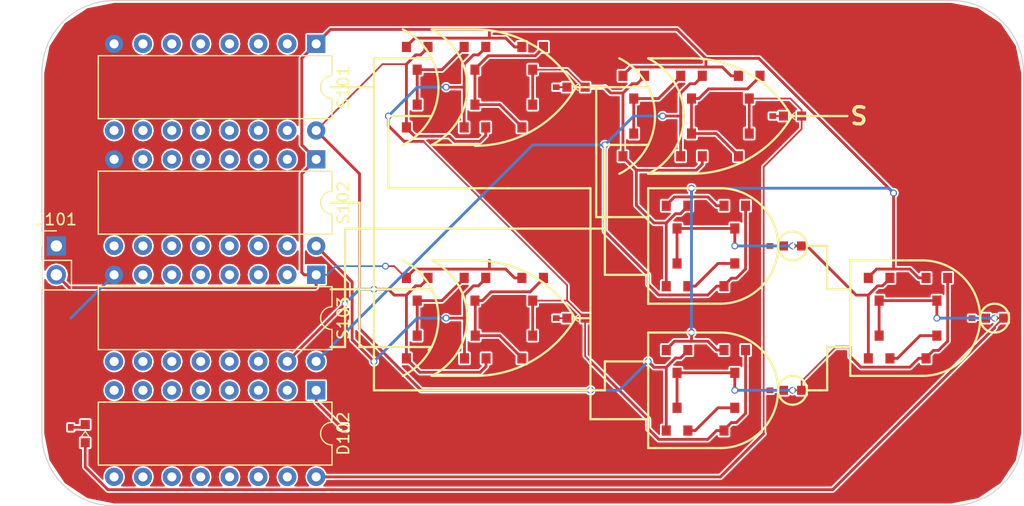
<source format=kicad_pcb>
(kicad_pcb (version 20170123) (host pcbnew no-vcs-found-c290e8a~59~ubuntu16.04.1)
  (layers (0 F.Cu signal) (31 B.Cu signal) (34 B.Paste user) (35 F.Paste user) (36 B.SilkS user) (37 F.SilkS user) (38 B.Mask user) (39 F.Mask user) (44 Edge.Cuts user))
  (net 0 "")
  (net 1 /K)
  (net 2 GND)
  (net 3 /S)
  (net 4 /bit0/adder/B)
  (net 5 /A)
  (net 6 /bit0/adder/AxorB)
  (net 7 /C)
  (net 8 VCC)
  (net 9 /SUB)
  (net 10 /B)
  (net 11 /bit0/adder/#AxorBandC)
  (net 12 /bit0/adder/#AandB)
  (net 13 "Net-(Q402-Pad2)")
  (net 14 "Net-(Q502-Pad2)")
  (net 15 "Net-(Q602-Pad2)")
  (net 16 "Net-(Q201-Pad3)")
  (net 17 "Net-(Q203-Pad3)")
  (net 18 "Net-(Q801-Pad3)")
  (net 19 "Net-(Q803-Pad3)")
  (net 20 "Net-(Q901-Pad3)")
  (net 21 "Net-(Q903-Pad3)")
  (net 22 "Net-(D101-Pad1)")
  (net 23 "Net-(D102-Pad1)")
  (net 24 "Net-(D401-Pad1)")
  (net 25 "Net-(D501-Pad1)")
  (net 26 "Net-(D601-Pad1)")
  (net 27 "Net-(D201-Pad1)")
  (net 28 "Net-(D801-Pad1)")
  (net 29 "Net-(D901-Pad1)")
  (net 30 /Y)
  (module KwanSystems:SMD_0402 (layer F.Cu) (at 114.554 72.39 180)
    (fp_text reference R901)
    (fp_text value RESISTOR)
    (pad 2 smd rect (at 0.55 0 180) (size 0.6 0.5) (layers F.Cu F.Paste F.Mask) (net 2 GND))
    (pad 1 smd rect (at -0.55 0 180) (size 0.6 0.5) (layers F.Cu F.Paste F.Mask) (net 29 "Net-(D901-Pad1)"))
  )
  (module KwanSystems:SMD_0402 (layer F.Cu) (at 133.604 54.61 180)
    (fp_text reference R801)
    (fp_text value RESISTOR)
    (pad 2 smd rect (at 0.55 0 180) (size 0.6 0.5) (layers F.Cu F.Paste F.Mask) (net 2 GND))
    (pad 1 smd rect (at -0.55 0 180) (size 0.6 0.5) (layers F.Cu F.Paste F.Mask) (net 28 "Net-(D801-Pad1)"))
  )
  (module KwanSystems:SMD_0402 (layer F.Cu) (at 114.554 52.07 180)
    (fp_text reference R201)
    (fp_text value RESISTOR)
    (pad 2 smd rect (at 0.55 0 180) (size 0.6 0.5) (layers F.Cu F.Paste F.Mask) (net 2 GND))
    (pad 1 smd rect (at -0.55 0 180) (size 0.6 0.5) (layers F.Cu F.Paste F.Mask) (net 27 "Net-(D201-Pad1)"))
  )
  (module KwanSystems:SMD_0402 (layer F.Cu) (at 151.13 72.39 180)
    (fp_text reference R601)
    (fp_text value RESISTOR)
    (pad 2 smd rect (at 0.55 0 180) (size 0.6 0.5) (layers F.Cu F.Paste F.Mask) (net 2 GND))
    (pad 1 smd rect (at -0.55 0 180) (size 0.6 0.5) (layers F.Cu F.Paste F.Mask) (net 26 "Net-(D601-Pad1)"))
  )
  (module KwanSystems:SMD_0402 (layer F.Cu) (at 133.35 78.74 180)
    (fp_text reference R501)
    (fp_text value RESISTOR)
    (pad 2 smd rect (at 0.55 0 180) (size 0.6 0.5) (layers F.Cu F.Paste F.Mask) (net 2 GND))
    (pad 1 smd rect (at -0.55 0 180) (size 0.6 0.5) (layers F.Cu F.Paste F.Mask) (net 25 "Net-(D501-Pad1)"))
  )
  (module KwanSystems:SMD_0402 (layer F.Cu) (at 133.35 66.04 180)
    (fp_text reference R401)
    (fp_text value RESISTOR)
    (pad 2 smd rect (at 0.55 0 180) (size 0.6 0.5) (layers F.Cu F.Paste F.Mask) (net 2 GND))
    (pad 1 smd rect (at -0.55 0 180) (size 0.6 0.5) (layers F.Cu F.Paste F.Mask) (net 24 "Net-(D401-Pad1)"))
  )
  (module KwanSystems:SMD_0402 (layer F.Cu) (at 96.52 82.55 270)
    (fp_text reference R102)
    (fp_text value RESISTOR)
    (pad 2 smd rect (at 0.55 0 270) (size 0.6 0.5) (layers F.Cu F.Paste F.Mask) (net 2 GND))
    (pad 1 smd rect (at -0.55 0 270) (size 0.6 0.5) (layers F.Cu F.Paste F.Mask) (net 23 "Net-(D102-Pad1)"))
  )
  (module KwanSystems:SMD_0402 (layer F.Cu) (at 72.39 82.55 270)
    (fp_text reference R101)
    (fp_text value RESISTOR)
    (pad 2 smd rect (at 0.55 0 270) (size 0.6 0.5) (layers F.Cu F.Paste F.Mask) (net 2 GND))
    (pad 1 smd rect (at -0.55 0 270) (size 0.6 0.5) (layers F.Cu F.Paste F.Mask) (net 22 "Net-(D101-Pad1)"))
  )
  (module KwanSystems:D_0603 (layer F.Cu) (at 116.84 72.39)
    (fp_text reference D901)
    (fp_text value LED_Small)
    (pad 2 smd rect (at 0.8 0 180) (size 0.8 0.8) (layers F.Cu F.Paste F.Mask) (net 4 /bit0/adder/B))
    (pad 1 smd rect (at -0.8 0 180) (size 0.8 0.8) (layers F.Cu F.Paste F.Mask) (net 29 "Net-(D901-Pad1)"))
  )
  (module KwanSystems:D_0603 (layer F.Cu) (at 135.89 54.61)
    (fp_text reference D801)
    (fp_text value LED_Small)
    (pad 2 smd rect (at 0.8 0 180) (size 0.8 0.8) (layers F.Cu F.Paste F.Mask) (net 3 /S))
    (pad 1 smd rect (at -0.8 0 180) (size 0.8 0.8) (layers F.Cu F.Paste F.Mask) (net 28 "Net-(D801-Pad1)"))
  )
  (module KwanSystems:D_0603 (layer F.Cu) (at 116.84 52.07)
    (fp_text reference D201)
    (fp_text value LED_Small)
    (pad 2 smd rect (at 0.8 0 180) (size 0.8 0.8) (layers F.Cu F.Paste F.Mask) (net 30 /Y))
    (pad 1 smd rect (at -0.8 0 180) (size 0.8 0.8) (layers F.Cu F.Paste F.Mask) (net 27 "Net-(D201-Pad1)"))
  )
  (module KwanSystems:D_0603 (layer F.Cu) (at 153.67 72.39)
    (fp_text reference D601)
    (fp_text value LED_Small)
    (pad 2 smd rect (at 0.8 0 180) (size 0.8 0.8) (layers F.Cu F.Paste F.Mask) (net 1 /K))
    (pad 1 smd rect (at -0.8 0 180) (size 0.8 0.8) (layers F.Cu F.Paste F.Mask) (net 26 "Net-(D601-Pad1)"))
  )
  (module KwanSystems:D_0603 (layer F.Cu) (at 135.89 78.74)
    (fp_text reference D501)
    (fp_text value LED_Small)
    (pad 2 smd rect (at 0.8 0 180) (size 0.8 0.8) (layers F.Cu F.Paste F.Mask) (net 12 /bit0/adder/#AandB))
    (pad 1 smd rect (at -0.8 0 180) (size 0.8 0.8) (layers F.Cu F.Paste F.Mask) (net 25 "Net-(D501-Pad1)"))
  )
  (module KwanSystems:D_0603 (layer F.Cu) (at 135.89 66.04)
    (fp_text reference D401)
    (fp_text value LED_Small)
    (pad 2 smd rect (at 0.8 0 180) (size 0.8 0.8) (layers F.Cu F.Paste F.Mask) (net 11 /bit0/adder/#AxorBandC))
    (pad 1 smd rect (at -0.8 0 180) (size 0.8 0.8) (layers F.Cu F.Paste F.Mask) (net 24 "Net-(D401-Pad1)"))
  )
  (module Pin_Headers:Pin_Header_Straight_1x02_Pitch2.54mm (layer F.Cu) (at 71.12 66.04)
    (fp_text reference J101 (at 0 -2.33) (layer F.SilkS))
    (fp_text value CONN_01X02)
    (pad 1 thru_hole rect (at 0 0) (size 1.7 1.7) (drill 1) (layers *.Cu *.Mask) (net 2 GND))
    (pad 2 thru_hole oval (at 0 2.54) (size 1.7 1.7) (drill 1) (layers *.Cu *.Mask) (net 8 VCC))
  )
  (module KwanSystems:SOT-23 (layer F.Cu) (at 113.03 74.93 90)
    (fp_text reference Q906 hide)
    (fp_text value NMOS)
    (pad 1 smd rect (at -1 -0.95 90) (size 0.9 0.8) (layers F.Cu F.Paste F.Mask) (net 21 "Net-(Q903-Pad3)"))
    (pad 2 smd rect (at -1 0.95 90) (size 0.9 0.8) (layers F.Cu F.Paste F.Mask) (net 2 GND))
    (pad 3 smd rect (at 1 0 90) (size 0.9 0.8) (layers F.Cu F.Paste F.Mask) (net 4 /bit0/adder/B))
  )
  (module KwanSystems:SOT-23 (layer F.Cu) (at 113.03 69.85 270)
    (fp_text reference Q905 hide)
    (fp_text value PMOS)
    (pad 1 smd rect (at -1 -0.95 270) (size 0.9 0.8) (layers F.Cu F.Paste F.Mask) (net 21 "Net-(Q903-Pad3)"))
    (pad 2 smd rect (at -1 0.95 270) (size 0.9 0.8) (layers F.Cu F.Paste F.Mask) (net 8 VCC))
    (pad 3 smd rect (at 1 0 270) (size 0.9 0.8) (layers F.Cu F.Paste F.Mask) (net 4 /bit0/adder/B))
  )
  (module KwanSystems:SOT-23 (layer F.Cu) (at 107.977238 74.93 90)
    (fp_text reference Q904 hide)
    (fp_text value NMOS)
    (pad 1 smd rect (at -1 -0.95 90) (size 0.9 0.8) (layers F.Cu F.Paste F.Mask) (net 10 /B))
    (pad 2 smd rect (at -1 0.95 90) (size 0.9 0.8) (layers F.Cu F.Paste F.Mask) (net 9 /SUB))
    (pad 3 smd rect (at 1 0 90) (size 0.9 0.8) (layers F.Cu F.Paste F.Mask) (net 21 "Net-(Q903-Pad3)"))
  )
  (module KwanSystems:SOT-23 (layer F.Cu) (at 107.95 69.85 270)
    (fp_text reference Q903 hide)
    (fp_text value PMOS)
    (pad 1 smd rect (at -1 -0.95 270) (size 0.9 0.8) (layers F.Cu F.Paste F.Mask) (net 10 /B))
    (pad 2 smd rect (at -1 0.95 270) (size 0.9 0.8) (layers F.Cu F.Paste F.Mask) (net 20 "Net-(Q901-Pad3)"))
    (pad 3 smd rect (at 1 0 270) (size 0.9 0.8) (layers F.Cu F.Paste F.Mask) (net 21 "Net-(Q903-Pad3)"))
  )
  (module KwanSystems:SOT-23 (layer F.Cu) (at 102.87 74.93 90)
    (fp_text reference Q902 hide)
    (fp_text value NMOS)
    (pad 1 smd rect (at -1 -0.95 90) (size 0.9 0.8) (layers F.Cu F.Paste F.Mask) (net 9 /SUB))
    (pad 2 smd rect (at -1 0.95 90) (size 0.9 0.8) (layers F.Cu F.Paste F.Mask) (net 2 GND))
    (pad 3 smd rect (at 1 0 90) (size 0.9 0.8) (layers F.Cu F.Paste F.Mask) (net 20 "Net-(Q901-Pad3)"))
  )
  (module KwanSystems:SOT-23 (layer F.Cu) (at 102.87 69.85 270)
    (fp_text reference Q901 hide)
    (fp_text value PMOS)
    (pad 1 smd rect (at -1 -0.95 270) (size 0.9 0.8) (layers F.Cu F.Paste F.Mask) (net 9 /SUB))
    (pad 2 smd rect (at -1 0.95 270) (size 0.9 0.8) (layers F.Cu F.Paste F.Mask) (net 8 VCC))
    (pad 3 smd rect (at 1 0 270) (size 0.9 0.8) (layers F.Cu F.Paste F.Mask) (net 20 "Net-(Q901-Pad3)"))
  )
  (module KwanSystems:SOT-23 (layer F.Cu) (at 132.08 57.15 90)
    (fp_text reference Q806 hide)
    (fp_text value NMOS)
    (pad 1 smd rect (at -1 -0.95 90) (size 0.9 0.8) (layers F.Cu F.Paste F.Mask) (net 19 "Net-(Q803-Pad3)"))
    (pad 2 smd rect (at -1 0.95 90) (size 0.9 0.8) (layers F.Cu F.Paste F.Mask) (net 2 GND))
    (pad 3 smd rect (at 1 0 90) (size 0.9 0.8) (layers F.Cu F.Paste F.Mask) (net 3 /S))
  )
  (module KwanSystems:SOT-23 (layer F.Cu) (at 132.08 52.07 270)
    (fp_text reference Q805 hide)
    (fp_text value PMOS)
    (pad 1 smd rect (at -1 -0.95 270) (size 0.9 0.8) (layers F.Cu F.Paste F.Mask) (net 19 "Net-(Q803-Pad3)"))
    (pad 2 smd rect (at -1 0.95 270) (size 0.9 0.8) (layers F.Cu F.Paste F.Mask) (net 8 VCC))
    (pad 3 smd rect (at 1 0 270) (size 0.9 0.8) (layers F.Cu F.Paste F.Mask) (net 3 /S))
  )
  (module KwanSystems:SOT-23 (layer F.Cu) (at 127 57.15 90)
    (fp_text reference Q804 hide)
    (fp_text value NMOS)
    (pad 1 smd rect (at -1 -0.95 90) (size 0.9 0.8) (layers F.Cu F.Paste F.Mask) (net 7 /C))
    (pad 2 smd rect (at -1 0.95 90) (size 0.9 0.8) (layers F.Cu F.Paste F.Mask) (net 6 /bit0/adder/AxorB))
    (pad 3 smd rect (at 1 0 90) (size 0.9 0.8) (layers F.Cu F.Paste F.Mask) (net 19 "Net-(Q803-Pad3)"))
  )
  (module KwanSystems:SOT-23 (layer F.Cu) (at 127 52.07 270)
    (fp_text reference Q803 hide)
    (fp_text value PMOS)
    (pad 1 smd rect (at -1 -0.95 270) (size 0.9 0.8) (layers F.Cu F.Paste F.Mask) (net 7 /C))
    (pad 2 smd rect (at -1 0.95 270) (size 0.9 0.8) (layers F.Cu F.Paste F.Mask) (net 18 "Net-(Q801-Pad3)"))
    (pad 3 smd rect (at 1 0 270) (size 0.9 0.8) (layers F.Cu F.Paste F.Mask) (net 19 "Net-(Q803-Pad3)"))
  )
  (module KwanSystems:SOT-23 (layer F.Cu) (at 121.92 57.15 90)
    (fp_text reference Q802 hide)
    (fp_text value NMOS)
    (pad 1 smd rect (at -1 -0.95 90) (size 0.9 0.8) (layers F.Cu F.Paste F.Mask) (net 6 /bit0/adder/AxorB))
    (pad 2 smd rect (at -1 0.95 90) (size 0.9 0.8) (layers F.Cu F.Paste F.Mask) (net 2 GND))
    (pad 3 smd rect (at 1 0 90) (size 0.9 0.8) (layers F.Cu F.Paste F.Mask) (net 18 "Net-(Q801-Pad3)"))
  )
  (module KwanSystems:SOT-23 (layer F.Cu) (at 121.92 52.07 270)
    (fp_text reference Q801 hide)
    (fp_text value PMOS)
    (pad 1 smd rect (at -1 -0.95 270) (size 0.9 0.8) (layers F.Cu F.Paste F.Mask) (net 6 /bit0/adder/AxorB))
    (pad 2 smd rect (at -1 0.95 270) (size 0.9 0.8) (layers F.Cu F.Paste F.Mask) (net 8 VCC))
    (pad 3 smd rect (at 1 0 270) (size 0.9 0.8) (layers F.Cu F.Paste F.Mask) (net 18 "Net-(Q801-Pad3)"))
  )
  (module KwanSystems:SOT-23 (layer F.Cu) (at 113.03 54.61 90)
    (fp_text reference Q206 hide)
    (fp_text value NMOS)
    (pad 1 smd rect (at -1 -0.95 90) (size 0.9 0.8) (layers F.Cu F.Paste F.Mask) (net 17 "Net-(Q203-Pad3)"))
    (pad 2 smd rect (at -1 0.95 90) (size 0.9 0.8) (layers F.Cu F.Paste F.Mask) (net 2 GND))
    (pad 3 smd rect (at 1 0 90) (size 0.9 0.8) (layers F.Cu F.Paste F.Mask) (net 30 /Y))
  )
  (module KwanSystems:SOT-23 (layer F.Cu) (at 113.03 49.53 270)
    (fp_text reference Q205 hide)
    (fp_text value PMOS)
    (pad 1 smd rect (at -1 -0.95 270) (size 0.9 0.8) (layers F.Cu F.Paste F.Mask) (net 17 "Net-(Q203-Pad3)"))
    (pad 2 smd rect (at -1 0.95 270) (size 0.9 0.8) (layers F.Cu F.Paste F.Mask) (net 8 VCC))
    (pad 3 smd rect (at 1 0 270) (size 0.9 0.8) (layers F.Cu F.Paste F.Mask) (net 30 /Y))
  )
  (module KwanSystems:SOT-23 (layer F.Cu) (at 107.95 54.61 90)
    (fp_text reference Q204 hide)
    (fp_text value NMOS)
    (pad 1 smd rect (at -1 -0.95 90) (size 0.9 0.8) (layers F.Cu F.Paste F.Mask) (net 10 /B))
    (pad 2 smd rect (at -1 0.95 90) (size 0.9 0.8) (layers F.Cu F.Paste F.Mask) (net 5 /A))
    (pad 3 smd rect (at 1 0 90) (size 0.9 0.8) (layers F.Cu F.Paste F.Mask) (net 17 "Net-(Q203-Pad3)"))
  )
  (module KwanSystems:SOT-23 (layer F.Cu) (at 107.95 49.53 270)
    (fp_text reference Q203 hide)
    (fp_text value PMOS)
    (pad 1 smd rect (at -1 -0.95 270) (size 0.9 0.8) (layers F.Cu F.Paste F.Mask) (net 10 /B))
    (pad 2 smd rect (at -1 0.95 270) (size 0.9 0.8) (layers F.Cu F.Paste F.Mask) (net 16 "Net-(Q201-Pad3)"))
    (pad 3 smd rect (at 1 0 270) (size 0.9 0.8) (layers F.Cu F.Paste F.Mask) (net 17 "Net-(Q203-Pad3)"))
  )
  (module KwanSystems:SOT-23 (layer F.Cu) (at 102.87 54.61 90)
    (fp_text reference Q202 hide)
    (fp_text value NMOS)
    (pad 1 smd rect (at -1 -0.95 90) (size 0.9 0.8) (layers F.Cu F.Paste F.Mask) (net 5 /A))
    (pad 2 smd rect (at -1 0.95 90) (size 0.9 0.8) (layers F.Cu F.Paste F.Mask) (net 2 GND))
    (pad 3 smd rect (at 1 0 90) (size 0.9 0.8) (layers F.Cu F.Paste F.Mask) (net 16 "Net-(Q201-Pad3)"))
  )
  (module KwanSystems:SOT-23 (layer F.Cu) (at 102.87 49.53 270)
    (fp_text reference Q201 hide)
    (fp_text value PMOS)
    (pad 1 smd rect (at -1 -0.95 270) (size 0.9 0.8) (layers F.Cu F.Paste F.Mask) (net 5 /A))
    (pad 2 smd rect (at -1 0.95 270) (size 0.9 0.8) (layers F.Cu F.Paste F.Mask) (net 8 VCC))
    (pad 3 smd rect (at 1 0 270) (size 0.9 0.8) (layers F.Cu F.Paste F.Mask) (net 16 "Net-(Q201-Pad3)"))
  )
  (module KwanSystems:SOT-23 (layer F.Cu) (at 148.59 69.85 270)
    (fp_text reference Q604 hide)
    (fp_text value PMOS)
    (pad 1 smd rect (at -1 -0.95 270) (size 0.9 0.8) (layers F.Cu F.Paste F.Mask) (net 12 /bit0/adder/#AandB))
    (pad 2 smd rect (at -1 0.95 270) (size 0.9 0.8) (layers F.Cu F.Paste F.Mask) (net 8 VCC))
    (pad 3 smd rect (at 1 0 270) (size 0.9 0.8) (layers F.Cu F.Paste F.Mask) (net 1 /K))
  )
  (module KwanSystems:SOT-23 (layer F.Cu) (at 148.59 74.93 90)
    (fp_text reference Q603 hide)
    (fp_text value NMOS)
    (pad 1 smd rect (at -1 -0.95 90) (size 0.9 0.8) (layers F.Cu F.Paste F.Mask) (net 12 /bit0/adder/#AandB))
    (pad 2 smd rect (at -1 0.95 90) (size 0.9 0.8) (layers F.Cu F.Paste F.Mask) (net 2 GND))
    (pad 3 smd rect (at 1 0 90) (size 0.9 0.8) (layers F.Cu F.Paste F.Mask) (net 15 "Net-(Q602-Pad2)"))
  )
  (module KwanSystems:SOT-23 (layer F.Cu) (at 143.51 74.93 90)
    (fp_text reference Q602 hide)
    (fp_text value NMOS)
    (pad 1 smd rect (at -1 -0.95 90) (size 0.9 0.8) (layers F.Cu F.Paste F.Mask) (net 11 /bit0/adder/#AxorBandC))
    (pad 2 smd rect (at -1 0.95 90) (size 0.9 0.8) (layers F.Cu F.Paste F.Mask) (net 15 "Net-(Q602-Pad2)"))
    (pad 3 smd rect (at 1 0 90) (size 0.9 0.8) (layers F.Cu F.Paste F.Mask) (net 1 /K))
  )
  (module KwanSystems:SOT-23 (layer F.Cu) (at 143.51 69.85 270)
    (fp_text reference Q601 hide)
    (fp_text value PMOS)
    (pad 1 smd rect (at -1 -0.95 270) (size 0.9 0.8) (layers F.Cu F.Paste F.Mask) (net 11 /bit0/adder/#AxorBandC))
    (pad 2 smd rect (at -1 0.95 270) (size 0.9 0.8) (layers F.Cu F.Paste F.Mask) (net 8 VCC))
    (pad 3 smd rect (at 1 0 270) (size 0.9 0.8) (layers F.Cu F.Paste F.Mask) (net 1 /K))
  )
  (module KwanSystems:SOT-23 (layer F.Cu) (at 130.81 76.2 270)
    (fp_text reference Q504 hide)
    (fp_text value PMOS)
    (pad 1 smd rect (at -1 -0.95 270) (size 0.9 0.8) (layers F.Cu F.Paste F.Mask) (net 4 /bit0/adder/B))
    (pad 2 smd rect (at -1 0.95 270) (size 0.9 0.8) (layers F.Cu F.Paste F.Mask) (net 8 VCC))
    (pad 3 smd rect (at 1 0 270) (size 0.9 0.8) (layers F.Cu F.Paste F.Mask) (net 12 /bit0/adder/#AandB))
  )
  (module KwanSystems:SOT-23 (layer F.Cu) (at 130.81 81.28 90)
    (fp_text reference Q503 hide)
    (fp_text value NMOS)
    (pad 1 smd rect (at -1 -0.95 90) (size 0.9 0.8) (layers F.Cu F.Paste F.Mask) (net 4 /bit0/adder/B))
    (pad 2 smd rect (at -1 0.95 90) (size 0.9 0.8) (layers F.Cu F.Paste F.Mask) (net 2 GND))
    (pad 3 smd rect (at 1 0 90) (size 0.9 0.8) (layers F.Cu F.Paste F.Mask) (net 14 "Net-(Q502-Pad2)"))
  )
  (module KwanSystems:SOT-23 (layer F.Cu) (at 125.73 81.28 90)
    (fp_text reference Q502 hide)
    (fp_text value NMOS)
    (pad 1 smd rect (at -1 -0.95 90) (size 0.9 0.8) (layers F.Cu F.Paste F.Mask) (net 5 /A))
    (pad 2 smd rect (at -1 0.95 90) (size 0.9 0.8) (layers F.Cu F.Paste F.Mask) (net 14 "Net-(Q502-Pad2)"))
    (pad 3 smd rect (at 1 0 90) (size 0.9 0.8) (layers F.Cu F.Paste F.Mask) (net 12 /bit0/adder/#AandB))
  )
  (module KwanSystems:SOT-23 (layer F.Cu) (at 125.73 76.2 270)
    (fp_text reference Q501 hide)
    (fp_text value PMOS)
    (pad 1 smd rect (at -1 -0.95 270) (size 0.9 0.8) (layers F.Cu F.Paste F.Mask) (net 5 /A))
    (pad 2 smd rect (at -1 0.95 270) (size 0.9 0.8) (layers F.Cu F.Paste F.Mask) (net 8 VCC))
    (pad 3 smd rect (at 1 0 270) (size 0.9 0.8) (layers F.Cu F.Paste F.Mask) (net 12 /bit0/adder/#AandB))
  )
  (module KwanSystems:SOT-23 (layer F.Cu) (at 130.81 63.5 270)
    (fp_text reference Q404 hide)
    (fp_text value PMOS)
    (pad 1 smd rect (at -1 -0.95 270) (size 0.9 0.8) (layers F.Cu F.Paste F.Mask) (net 7 /C))
    (pad 2 smd rect (at -1 0.95 270) (size 0.9 0.8) (layers F.Cu F.Paste F.Mask) (net 8 VCC))
    (pad 3 smd rect (at 1 0 270) (size 0.9 0.8) (layers F.Cu F.Paste F.Mask) (net 11 /bit0/adder/#AxorBandC))
  )
  (module KwanSystems:SOT-23 (layer F.Cu) (at 130.81 68.58 90)
    (fp_text reference Q403 hide)
    (fp_text value NMOS)
    (pad 1 smd rect (at -1 -0.95 90) (size 0.9 0.8) (layers F.Cu F.Paste F.Mask) (net 7 /C))
    (pad 2 smd rect (at -1 0.95 90) (size 0.9 0.8) (layers F.Cu F.Paste F.Mask) (net 2 GND))
    (pad 3 smd rect (at 1 0 90) (size 0.9 0.8) (layers F.Cu F.Paste F.Mask) (net 13 "Net-(Q402-Pad2)"))
  )
  (module KwanSystems:SOT-23 (layer F.Cu) (at 125.73 68.58 90)
    (fp_text reference Q402 hide)
    (fp_text value NMOS)
    (pad 1 smd rect (at -1 -0.95 90) (size 0.9 0.8) (layers F.Cu F.Paste F.Mask) (net 6 /bit0/adder/AxorB))
    (pad 2 smd rect (at -1 0.95 90) (size 0.9 0.8) (layers F.Cu F.Paste F.Mask) (net 13 "Net-(Q402-Pad2)"))
    (pad 3 smd rect (at 1 0 90) (size 0.9 0.8) (layers F.Cu F.Paste F.Mask) (net 11 /bit0/adder/#AxorBandC))
  )
  (module KwanSystems:SOT-23 (layer F.Cu) (at 125.73 63.5 270)
    (fp_text reference Q401 hide)
    (fp_text value PMOS)
    (pad 1 smd rect (at -1 -0.95 270) (size 0.9 0.8) (layers F.Cu F.Paste F.Mask) (net 6 /bit0/adder/AxorB))
    (pad 2 smd rect (at -1 0.95 270) (size 0.9 0.8) (layers F.Cu F.Paste F.Mask) (net 8 VCC))
    (pad 3 smd rect (at 1 0 270) (size 0.9 0.8) (layers F.Cu F.Paste F.Mask) (net 11 /bit0/adder/#AxorBandC))
  )
  (module Housings_DIP:DIP-16_W7.62mm (layer F.Cu) (at 93.98 78.74 270)
    (fp_text reference D102 (at 3.81 -2.39 270) (layer F.SilkS))
    (fp_text value S)
    (pad 1 thru_hole rect (at 0 0 270) (size 1.6 1.6) (drill 0.8) (layers *.Cu *.Mask) (net 23 "Net-(D102-Pad1)"))
    (pad 9 thru_hole oval (at 7.62 17.78 270) (size 1.6 1.6) (drill 0.8) (layers *.Cu *.Mask))
    (pad 2 thru_hole oval (at 0 2.54 270) (size 1.6 1.6) (drill 0.8) (layers *.Cu *.Mask))
    (pad 10 thru_hole oval (at 7.62 15.24 270) (size 1.6 1.6) (drill 0.8) (layers *.Cu *.Mask))
    (pad 3 thru_hole oval (at 0 5.08 270) (size 1.6 1.6) (drill 0.8) (layers *.Cu *.Mask))
    (pad 11 thru_hole oval (at 7.62 12.7 270) (size 1.6 1.6) (drill 0.8) (layers *.Cu *.Mask))
    (pad 4 thru_hole oval (at 0 7.62 270) (size 1.6 1.6) (drill 0.8) (layers *.Cu *.Mask))
    (pad 12 thru_hole oval (at 7.62 10.16 270) (size 1.6 1.6) (drill 0.8) (layers *.Cu *.Mask))
    (pad 5 thru_hole oval (at 0 10.16 270) (size 1.6 1.6) (drill 0.8) (layers *.Cu *.Mask))
    (pad 13 thru_hole oval (at 7.62 7.62 270) (size 1.6 1.6) (drill 0.8) (layers *.Cu *.Mask))
    (pad 6 thru_hole oval (at 0 12.7 270) (size 1.6 1.6) (drill 0.8) (layers *.Cu *.Mask))
    (pad 14 thru_hole oval (at 7.62 5.08 270) (size 1.6 1.6) (drill 0.8) (layers *.Cu *.Mask))
    (pad 7 thru_hole oval (at 0 15.24 270) (size 1.6 1.6) (drill 0.8) (layers *.Cu *.Mask))
    (pad 15 thru_hole oval (at 7.62 2.54 270) (size 1.6 1.6) (drill 0.8) (layers *.Cu *.Mask))
    (pad 8 thru_hole oval (at 0 17.78 270) (size 1.6 1.6) (drill 0.8) (layers *.Cu *.Mask))
    (pad 16 thru_hole oval (at 7.62 0 270) (size 1.6 1.6) (drill 0.8) (layers *.Cu *.Mask) (net 3 /S))
  )
  (module Housings_DIP:DIP-16_W7.62mm (layer F.Cu) (at 93.98 68.58 270)
    (fp_text reference S103 (at 3.81 -2.39 270) (layer F.SilkS))
    (fp_text value C)
    (pad 1 thru_hole rect (at 0 0 270) (size 1.6 1.6) (drill 0.8) (layers *.Cu *.Mask) (net 8 VCC))
    (pad 9 thru_hole oval (at 7.62 17.78 270) (size 1.6 1.6) (drill 0.8) (layers *.Cu *.Mask))
    (pad 2 thru_hole oval (at 0 2.54 270) (size 1.6 1.6) (drill 0.8) (layers *.Cu *.Mask))
    (pad 10 thru_hole oval (at 7.62 15.24 270) (size 1.6 1.6) (drill 0.8) (layers *.Cu *.Mask))
    (pad 3 thru_hole oval (at 0 5.08 270) (size 1.6 1.6) (drill 0.8) (layers *.Cu *.Mask))
    (pad 11 thru_hole oval (at 7.62 12.7 270) (size 1.6 1.6) (drill 0.8) (layers *.Cu *.Mask))
    (pad 4 thru_hole oval (at 0 7.62 270) (size 1.6 1.6) (drill 0.8) (layers *.Cu *.Mask))
    (pad 12 thru_hole oval (at 7.62 10.16 270) (size 1.6 1.6) (drill 0.8) (layers *.Cu *.Mask))
    (pad 5 thru_hole oval (at 0 10.16 270) (size 1.6 1.6) (drill 0.8) (layers *.Cu *.Mask))
    (pad 13 thru_hole oval (at 7.62 7.62 270) (size 1.6 1.6) (drill 0.8) (layers *.Cu *.Mask))
    (pad 6 thru_hole oval (at 0 12.7 270) (size 1.6 1.6) (drill 0.8) (layers *.Cu *.Mask))
    (pad 14 thru_hole oval (at 7.62 5.08 270) (size 1.6 1.6) (drill 0.8) (layers *.Cu *.Mask))
    (pad 7 thru_hole oval (at 0 15.24 270) (size 1.6 1.6) (drill 0.8) (layers *.Cu *.Mask))
    (pad 15 thru_hole oval (at 7.62 2.54 270) (size 1.6 1.6) (drill 0.8) (layers *.Cu *.Mask) (net 9 /SUB))
    (pad 8 thru_hole oval (at 0 17.78 270) (size 1.6 1.6) (drill 0.8) (layers *.Cu *.Mask) (net 2 GND))
    (pad 16 thru_hole oval (at 7.62 0 270) (size 1.6 1.6) (drill 0.8) (layers *.Cu *.Mask) (net 7 /C))
  )
  (module Housings_DIP:DIP-16_W7.62mm (layer F.Cu) (at 93.98 58.42 270)
    (fp_text reference S102 (at 3.81 -2.39 270) (layer F.SilkS))
    (fp_text value B)
    (pad 1 thru_hole rect (at 0 0 270) (size 1.6 1.6) (drill 0.8) (layers *.Cu *.Mask) (net 8 VCC))
    (pad 9 thru_hole oval (at 7.62 17.78 270) (size 1.6 1.6) (drill 0.8) (layers *.Cu *.Mask))
    (pad 2 thru_hole oval (at 0 2.54 270) (size 1.6 1.6) (drill 0.8) (layers *.Cu *.Mask))
    (pad 10 thru_hole oval (at 7.62 15.24 270) (size 1.6 1.6) (drill 0.8) (layers *.Cu *.Mask))
    (pad 3 thru_hole oval (at 0 5.08 270) (size 1.6 1.6) (drill 0.8) (layers *.Cu *.Mask))
    (pad 11 thru_hole oval (at 7.62 12.7 270) (size 1.6 1.6) (drill 0.8) (layers *.Cu *.Mask))
    (pad 4 thru_hole oval (at 0 7.62 270) (size 1.6 1.6) (drill 0.8) (layers *.Cu *.Mask))
    (pad 12 thru_hole oval (at 7.62 10.16 270) (size 1.6 1.6) (drill 0.8) (layers *.Cu *.Mask))
    (pad 5 thru_hole oval (at 0 10.16 270) (size 1.6 1.6) (drill 0.8) (layers *.Cu *.Mask))
    (pad 13 thru_hole oval (at 7.62 7.62 270) (size 1.6 1.6) (drill 0.8) (layers *.Cu *.Mask))
    (pad 6 thru_hole oval (at 0 12.7 270) (size 1.6 1.6) (drill 0.8) (layers *.Cu *.Mask))
    (pad 14 thru_hole oval (at 7.62 5.08 270) (size 1.6 1.6) (drill 0.8) (layers *.Cu *.Mask))
    (pad 7 thru_hole oval (at 0 15.24 270) (size 1.6 1.6) (drill 0.8) (layers *.Cu *.Mask))
    (pad 15 thru_hole oval (at 7.62 2.54 270) (size 1.6 1.6) (drill 0.8) (layers *.Cu *.Mask))
    (pad 8 thru_hole oval (at 0 17.78 270) (size 1.6 1.6) (drill 0.8) (layers *.Cu *.Mask) (net 2 GND))
    (pad 16 thru_hole oval (at 7.62 0 270) (size 1.6 1.6) (drill 0.8) (layers *.Cu *.Mask) (net 10 /B))
  )
  (module Housings_DIP:DIP-16_W7.62mm (layer F.Cu) (at 93.98 48.26 270)
    (fp_text reference S101 (at 3.81 -2.39 270) (layer F.SilkS))
    (fp_text value A)
    (pad 1 thru_hole rect (at 0 0 270) (size 1.6 1.6) (drill 0.8) (layers *.Cu *.Mask) (net 8 VCC))
    (pad 9 thru_hole oval (at 7.62 17.78 270) (size 1.6 1.6) (drill 0.8) (layers *.Cu *.Mask))
    (pad 2 thru_hole oval (at 0 2.54 270) (size 1.6 1.6) (drill 0.8) (layers *.Cu *.Mask))
    (pad 10 thru_hole oval (at 7.62 15.24 270) (size 1.6 1.6) (drill 0.8) (layers *.Cu *.Mask))
    (pad 3 thru_hole oval (at 0 5.08 270) (size 1.6 1.6) (drill 0.8) (layers *.Cu *.Mask))
    (pad 11 thru_hole oval (at 7.62 12.7 270) (size 1.6 1.6) (drill 0.8) (layers *.Cu *.Mask))
    (pad 4 thru_hole oval (at 0 7.62 270) (size 1.6 1.6) (drill 0.8) (layers *.Cu *.Mask))
    (pad 12 thru_hole oval (at 7.62 10.16 270) (size 1.6 1.6) (drill 0.8) (layers *.Cu *.Mask))
    (pad 5 thru_hole oval (at 0 10.16 270) (size 1.6 1.6) (drill 0.8) (layers *.Cu *.Mask))
    (pad 13 thru_hole oval (at 7.62 7.62 270) (size 1.6 1.6) (drill 0.8) (layers *.Cu *.Mask))
    (pad 6 thru_hole oval (at 0 12.7 270) (size 1.6 1.6) (drill 0.8) (layers *.Cu *.Mask))
    (pad 14 thru_hole oval (at 7.62 5.08 270) (size 1.6 1.6) (drill 0.8) (layers *.Cu *.Mask))
    (pad 7 thru_hole oval (at 0 15.24 270) (size 1.6 1.6) (drill 0.8) (layers *.Cu *.Mask))
    (pad 15 thru_hole oval (at 7.62 2.54 270) (size 1.6 1.6) (drill 0.8) (layers *.Cu *.Mask))
    (pad 8 thru_hole oval (at 0 17.78 270) (size 1.6 1.6) (drill 0.8) (layers *.Cu *.Mask) (net 2 GND))
    (pad 16 thru_hole oval (at 7.62 0 270) (size 1.6 1.6) (drill 0.8) (layers *.Cu *.Mask) (net 5 /A))
  )
  (module KwanSystems:D_0603 (layer F.Cu) (at 73.66 82.55 270)
    (fp_text reference D101)
    (fp_text value Y)
    (pad 2 smd rect (at 0.8 0 90) (size 0.8 0.8) (layers F.Cu F.Paste F.Mask) (net 30 /Y))
    (pad 1 smd rect (at -0.8 0 90) (size 0.8 0.8) (layers F.Cu F.Paste F.Mask) (net 22 "Net-(D101-Pad1)"))
  )
  (gr_line (start 118.11 81.28) (end 123.19 81.28) (layer F.SilkS) (width 0.2))
  (gr_line (start 118.11 72.39) (end 118.11 81.28) (layer F.SilkS) (width 0.2))
  (gr_line (start 135.89 54.61) (end 140.716 54.61) (layer F.SilkS) (width 0.2))
  (gr_text S (at 141.732 54.61) (layer F.SilkS) (effects (font (size 1.5 1.5) (thickness 0.3))))
  (gr_line (start 119.38 76.2) (end 123.19 76.2) (layer F.SilkS) (width 0.2))
  (gr_line (start 119.38 78.74) (end 119.38 76.2) (layer F.SilkS) (width 0.2))
  (gr_line (start 99.06 78.74) (end 119.38 78.74) (layer F.SilkS) (width 0.2))
  (gr_line (start 99.06 52.07) (end 99.06 78.74) (layer F.SilkS) (width 0.2))
  (gr_line (start 97.79 52.07) (end 99.06 52.07) (layer F.SilkS) (width 0.2))
  (gr_line (start 118.618 63.5) (end 123.19 63.5) (layer F.SilkS) (width 0.2))
  (gr_line (start 118.618 52.07) (end 118.618 63.5) (layer F.SilkS) (width 0.2))
  (gr_line (start 119.38 68.58) (end 123.19 68.58) (layer F.SilkS) (width 0.2))
  (gr_line (start 119.38 64.516) (end 119.38 68.58) (layer F.SilkS) (width 0.2))
  (gr_line (start 119.38 57.15) (end 123.19 57.15) (layer F.SilkS) (width 0.2))
  (gr_line (start 119.38 64.516) (end 119.38 57.15) (layer F.SilkS) (width 0.2))
  (gr_line (start 96.52 64.516) (end 119.38 64.516) (layer F.SilkS) (width 0.2))
  (gr_line (start 96.52 74.93) (end 96.52 64.516) (layer F.SilkS) (width 0.2))
  (gr_line (start 95.25 74.93) (end 96.52 74.93) (layer F.SilkS) (width 0.2))
  (gr_line (start 104.14 69.85) (end 95.25 69.85) (layer F.SilkS) (width 0.2))
  (gr_line (start 103.886 75.184) (end 104.14 74.93) (layer F.SilkS) (width 0.2))
  (gr_line (start 104.14 74.93) (end 103.886 75.184) (layer F.SilkS) (width 0.2))
  (gr_line (start 97.79 74.93) (end 104.14 74.93) (layer F.SilkS) (width 0.2))
  (gr_line (start 97.79 62.23) (end 97.79 74.93) (layer F.SilkS) (width 0.2))
  (gr_line (start 95.25 62.23) (end 97.79 62.23) (layer F.SilkS) (width 0.2))
  (gr_line (start 99.06 49.53) (end 104.14 49.53) (layer F.SilkS) (width 0.2))
  (gr_line (start 99.06 52.07) (end 99.06 49.53) (layer F.SilkS) (width 0.2))
  (gr_line (start 95.25 52.07) (end 97.79 52.07) (layer F.SilkS) (width 0.2))
  (gr_line (start 100.33 54.61) (end 104.14 54.61) (layer F.SilkS) (width 0.2))
  (gr_line (start 100.33 60.96) (end 100.33 54.61) (layer F.SilkS) (width 0.2))
  (gr_line (start 118.11 60.96) (end 100.33 60.96) (layer F.SilkS) (width 0.2))
  (gr_line (start 118.11 72.39) (end 118.11 60.96) (layer F.SilkS) (width 0.2))
  (gr_line (start 116.84 72.39) (end 118.11 72.39) (layer F.SilkS) (width 0.2))
  (gr_line (start 116.84 52.07) (end 123.19 52.07) (layer F.SilkS) (width 0.2))
  (gr_line (start 138.938 69.85) (end 140.97 69.85) (layer F.SilkS) (width 0.2))
  (gr_line (start 138.938 66.04) (end 138.938 69.85) (layer F.SilkS) (width 0.2))
  (gr_line (start 137.16 66.04) (end 138.938 66.04) (layer F.SilkS) (width 0.2))
  (gr_line (start 138.938 74.93) (end 140.97 74.93) (layer F.SilkS) (width 0.2))
  (gr_line (start 138.938 78.74) (end 138.938 74.93) (layer F.SilkS) (width 0.2))
  (gr_line (start 137.16 78.74) (end 138.938 78.74) (layer F.SilkS) (width 0.2))
  (gr_arc (start 76.2 82.55) (end 76.2 88.9) (angle 90) (layer Edge.Cuts) (width 0.1))
  (gr_arc (start 149.86 82.55) (end 156.21 82.55) (angle 90) (layer Edge.Cuts) (width 0.1))
  (gr_arc (start 149.86 50.8) (end 149.86 44.45) (angle 90) (layer Edge.Cuts) (width 0.1))
  (gr_arc (start 76.2 50.8) (end 69.85 50.8) (angle 90) (layer Edge.Cuts) (width 0.1))
  (gr_line (start 69.85 82.55) (end 69.85 50.8) (layer Edge.Cuts) (width 0.1))
  (gr_line (start 149.86 88.9) (end 76.2 88.9) (layer Edge.Cuts) (width 0.1))
  (gr_line (start 156.21 50.8) (end 156.21 82.55) (layer Edge.Cuts) (width 0.1))
  (gr_line (start 76.2 44.45) (end 149.86 44.45) (layer Edge.Cuts) (width 0.1))
  (gr_line (start 104.14 77.47) (end 107.95 77.47) (layer F.SilkS) (width 0.2))
  (gr_arc (start 107.95 67.230933) (end 116.84 72.310933) (angle 60.2551187) (layer F.SilkS) (width 0.2))
  (gr_arc (start 107.95 77.47) (end 107.95 67.31) (angle 60.2551187) (layer F.SilkS) (width 0.2))
  (gr_line (start 104.14 67.31) (end 107.95 67.31) (layer F.SilkS) (width 0.2))
  (gr_arc (start 101.6 72.39) (end 104.14 67.31) (angle 126.8698976) (layer F.SilkS) (width 0.2))
  (gr_arc (start 99.06 72.39) (end 101.6 67.31) (angle 126.8698976) (layer F.SilkS) (width 0.2))
  (gr_arc (start 127 49.450933) (end 135.89 54.530933) (angle 60.2551187) (layer F.SilkS) (width 0.2))
  (gr_arc (start 127 59.69) (end 127 49.53) (angle 60.2551187) (layer F.SilkS) (width 0.2))
  (gr_line (start 123.19 59.69) (end 127 59.69) (layer F.SilkS) (width 0.2))
  (gr_line (start 123.19 49.53) (end 127 49.53) (layer F.SilkS) (width 0.2))
  (gr_arc (start 120.65 54.61) (end 123.19 49.53) (angle 126.8698976) (layer F.SilkS) (width 0.2))
  (gr_arc (start 118.11 54.61) (end 120.65 49.53) (angle 126.8698976) (layer F.SilkS) (width 0.2))
  (gr_arc (start 99.06 52.07) (end 101.6 46.99) (angle 126.8698976) (layer F.SilkS) (width 0.2))
  (gr_arc (start 107.95 57.15) (end 107.95 46.99) (angle 60.2551187) (layer F.SilkS) (width 0.2))
  (gr_arc (start 107.95 46.99) (end 116.84 52.07) (angle 60.2551187) (layer F.SilkS) (width 0.2))
  (gr_line (start 104.14 57.15) (end 107.95 57.15) (layer F.SilkS) (width 0.2))
  (gr_line (start 104.14 46.99) (end 107.95 46.99) (layer F.SilkS) (width 0.2))
  (gr_arc (start 101.6 52.07) (end 104.14 46.99) (angle 126.8698976) (layer F.SilkS) (width 0.2))
  (gr_line (start 140.97 77.47) (end 147.32 77.47) (layer F.SilkS) (width 0.2))
  (gr_line (start 147.32 67.31) (end 140.97 67.31) (layer F.SilkS) (width 0.2))
  (gr_circle (center 153.67 72.39) (end 154.94 72.39) (layer F.SilkS) (width 0.2))
  (gr_arc (start 147.32 72.39) (end 147.32 67.31) (angle 180) (layer F.SilkS) (width 0.2))
  (gr_line (start 140.97 67.31) (end 140.97 77.47) (layer F.SilkS) (width 0.2))
  (gr_arc (start 129.54 78.74) (end 129.54 73.66) (angle 180) (layer F.SilkS) (width 0.2))
  (gr_line (start 129.54 73.66) (end 123.19 73.66) (layer F.SilkS) (width 0.2))
  (gr_circle (center 135.89 78.74) (end 137.16 78.74) (layer F.SilkS) (width 0.2))
  (gr_line (start 123.19 73.66) (end 123.19 83.82) (layer F.SilkS) (width 0.2))
  (gr_line (start 123.19 83.82) (end 129.54 83.82) (layer F.SilkS) (width 0.2))
  (gr_line (start 123.19 71.12) (end 129.54 71.12) (layer F.SilkS) (width 0.2))
  (gr_line (start 123.19 60.96) (end 123.19 71.12) (layer F.SilkS) (width 0.2))
  (gr_line (start 129.54 60.96) (end 123.19 60.96) (layer F.SilkS) (width 0.2))
  (gr_circle (center 135.89 66.04) (end 137.16 66.04) (layer F.SilkS) (width 0.2))
  (gr_arc (start 129.54 66.04) (end 129.54 60.96) (angle 180) (layer F.SilkS) (width 0.2))
  (segment (start 154.432 72.39) (end 153.67 73.152) (width 0.1524) (layer F.Cu) (net 1))
  (segment (start 153.67 73.152) (end 153.67 73.235002) (width 0.1524) (layer F.Cu) (net 1))
  (segment (start 154.47 72.39) (end 154.432 72.39) (width 0.1524) (layer F.Cu) (net 1))
  (segment (start 153.67 72.39) (end 154.47 72.39) (width 0.1524) (layer F.Cu) (net 1))
  (segment (start 153.67 73.235002) (end 139.420001 87.485001) (width 0.25) (layer F.Cu) (net 1))
  (segment (start 139.420001 87.485001) (end 75.659999 87.485001) (width 0.25) (layer F.Cu) (net 1))
  (segment (start 75.659999 87.485001) (end 73.66 85.485002) (width 0.25) (layer F.Cu) (net 1))
  (segment (start 73.66 85.485002) (end 73.66 83.35) (width 0.25) (layer F.Cu) (net 1))
  (segment (start 148.59 72.39) (end 153.67 72.39) (width 0.25) (layer B.Cu) (net 1))
  (via (at 153.67 72.39) (size 0.6) (drill 0.4) (layers F.Cu B.Cu) (net 1))
  (segment (start 148.59 70.85) (end 148.59 72.39) (width 0.25) (layer F.Cu) (net 1))
  (via (at 148.59 72.39) (size 0.6) (drill 0.4) (layers F.Cu B.Cu) (net 1))
  (segment (start 143.51 70.85) (end 148.59 70.85) (width 0.25) (layer F.Cu) (net 1))
  (segment (start 143.51 73.93) (end 143.51 70.85) (width 0.25) (layer F.Cu) (net 1))
  (segment (start 113.98 75.93) (end 113.98 72.414) (width 0.1524) (layer F.Cu) (net 2))
  (segment (start 113.98 72.414) (end 114.004 72.39) (width 0.1524) (layer F.Cu) (net 2))
  (segment (start 133.03 58.15) (end 133.03 54.634) (width 0.1524) (layer F.Cu) (net 2))
  (segment (start 133.03 54.634) (end 133.054 54.61) (width 0.1524) (layer F.Cu) (net 2))
  (segment (start 113.98 55.61) (end 113.98 52.094) (width 0.1524) (layer F.Cu) (net 2))
  (segment (start 113.98 52.094) (end 114.004 52.07) (width 0.1524) (layer F.Cu) (net 2))
  (segment (start 149.54 75.93) (end 149.54 75.3276) (width 0.1524) (layer F.Cu) (net 2))
  (segment (start 149.54 75.3276) (end 150.58 74.2876) (width 0.1524) (layer F.Cu) (net 2))
  (segment (start 150.58 74.2876) (end 150.58 72.7924) (width 0.1524) (layer F.Cu) (net 2))
  (segment (start 150.58 72.7924) (end 150.58 72.39) (width 0.1524) (layer F.Cu) (net 2))
  (segment (start 131.76 82.28) (end 131.76 82.23) (width 0.1524) (layer F.Cu) (net 2))
  (segment (start 131.76 82.23) (end 132.8 81.19) (width 0.1524) (layer F.Cu) (net 2))
  (segment (start 132.8 81.19) (end 132.8 79.1424) (width 0.1524) (layer F.Cu) (net 2))
  (segment (start 132.8 79.1424) (end 132.8 78.74) (width 0.1524) (layer F.Cu) (net 2))
  (segment (start 131.76 69.58) (end 131.76 68.565082) (width 0.1524) (layer F.Cu) (net 2))
  (segment (start 131.76 68.565082) (end 132.8 67.525082) (width 0.1524) (layer F.Cu) (net 2))
  (segment (start 132.8 67.525082) (end 132.8 66.4424) (width 0.1524) (layer F.Cu) (net 2))
  (segment (start 132.8 66.4424) (end 132.8 66.04) (width 0.1524) (layer F.Cu) (net 2))
  (segment (start 76.2 68.58) (end 72.39 72.39) (width 0.25) (layer B.Cu) (net 2))
  (segment (start 110.63224 77.47) (end 109.22 77.47) (width 0.25) (layer F.Cu) (net 2))
  (segment (start 111.26724 76.835) (end 110.63224 77.47) (width 0.25) (layer F.Cu) (net 2))
  (segment (start 111.26724 76.835) (end 113.125 76.835) (width 0.25) (layer F.Cu) (net 2))
  (segment (start 113.125 76.835) (end 113.98 75.98) (width 0.25) (layer F.Cu) (net 2))
  (segment (start 113.98 75.98) (end 113.98 75.93) (width 0.25) (layer F.Cu) (net 2))
  (segment (start 103.82 75.93) (end 104.47 75.93) (width 0.25) (layer F.Cu) (net 2))
  (segment (start 104.47 75.93) (end 105.245001 76.705001) (width 0.25) (layer F.Cu) (net 2))
  (segment (start 105.245001 76.705001) (end 107.687239 76.705001) (width 0.25) (layer F.Cu) (net 2))
  (segment (start 107.687239 76.705001) (end 108.202237 76.190003) (width 0.25) (layer F.Cu) (net 2))
  (segment (start 108.202237 76.190003) (end 108.202237 75.219999) (width 0.25) (layer F.Cu) (net 2))
  (segment (start 108.202237 75.219999) (end 108.267237 75.154999) (width 0.25) (layer F.Cu) (net 2))
  (segment (start 108.267237 75.154999) (end 109.587239 75.154999) (width 0.25) (layer F.Cu) (net 2))
  (segment (start 109.587239 75.154999) (end 111.26724 76.835) (width 0.25) (layer F.Cu) (net 2))
  (segment (start 129.705 59.69) (end 128.27 59.69) (width 0.25) (layer F.Cu) (net 2))
  (segment (start 130.469999 58.925001) (end 129.705 59.69) (width 0.25) (layer F.Cu) (net 2))
  (segment (start 110.655 57.15) (end 109.22 57.15) (width 0.25) (layer F.Cu) (net 2))
  (segment (start 111.419999 56.385001) (end 110.655 57.15) (width 0.25) (layer F.Cu) (net 2))
  (segment (start 148.05 77.47) (end 144.78 77.47) (width 0.25) (layer F.Cu) (net 2))
  (segment (start 149.54 75.93) (end 149.54 75.98) (width 0.25) (layer F.Cu) (net 2))
  (segment (start 149.54 75.98) (end 148.05 77.47) (width 0.25) (layer F.Cu) (net 2))
  (segment (start 130.27 83.82) (end 127 83.82) (width 0.25) (layer F.Cu) (net 2))
  (segment (start 131.76 82.28) (end 131.76 82.33) (width 0.25) (layer F.Cu) (net 2))
  (segment (start 131.76 82.33) (end 130.27 83.82) (width 0.25) (layer F.Cu) (net 2))
  (segment (start 127.314989 70.805011) (end 127 71.12) (width 0.25) (layer F.Cu) (net 2))
  (segment (start 131.76 69.58) (end 131.76 69.63) (width 0.25) (layer F.Cu) (net 2))
  (segment (start 131.76 69.63) (end 130.584989 70.805011) (width 0.25) (layer F.Cu) (net 2))
  (segment (start 130.584989 70.805011) (end 127.314989 70.805011) (width 0.25) (layer F.Cu) (net 2))
  (segment (start 122.87 58.15) (end 122.87 58.2) (width 0.25) (layer F.Cu) (net 2))
  (segment (start 122.87 58.2) (end 123.595001 58.925001) (width 0.25) (layer F.Cu) (net 2))
  (segment (start 123.595001 58.925001) (end 126.710001 58.925001) (width 0.25) (layer F.Cu) (net 2))
  (segment (start 127.224999 57.439999) (end 127.289999 57.374999) (width 0.25) (layer F.Cu) (net 2))
  (segment (start 128.919997 57.374999) (end 130.469999 58.925001) (width 0.25) (layer F.Cu) (net 2))
  (segment (start 126.710001 58.925001) (end 127.224999 58.410003) (width 0.25) (layer F.Cu) (net 2))
  (segment (start 130.469999 58.925001) (end 132.304999 58.925001) (width 0.25) (layer F.Cu) (net 2))
  (segment (start 133.03 58.2) (end 133.03 58.15) (width 0.25) (layer F.Cu) (net 2))
  (segment (start 127.224999 58.410003) (end 127.224999 57.439999) (width 0.25) (layer F.Cu) (net 2))
  (segment (start 127.289999 57.374999) (end 128.919997 57.374999) (width 0.25) (layer F.Cu) (net 2))
  (segment (start 132.304999 58.925001) (end 133.03 58.2) (width 0.25) (layer F.Cu) (net 2))
  (segment (start 108.239999 54.834999) (end 109.869997 54.834999) (width 0.25) (layer F.Cu) (net 2))
  (segment (start 113.98 55.66) (end 113.98 55.61) (width 0.25) (layer F.Cu) (net 2))
  (segment (start 111.419999 56.385001) (end 113.254999 56.385001) (width 0.25) (layer F.Cu) (net 2))
  (segment (start 103.82 55.61) (end 105.564998 55.61) (width 0.25) (layer F.Cu) (net 2))
  (segment (start 105.564998 55.61) (end 106.339999 56.385001) (width 0.25) (layer F.Cu) (net 2))
  (segment (start 106.339999 56.385001) (end 107.660001 56.385001) (width 0.25) (layer F.Cu) (net 2))
  (segment (start 107.660001 56.385001) (end 108.174999 55.870003) (width 0.25) (layer F.Cu) (net 2))
  (segment (start 108.174999 55.870003) (end 108.174999 54.899999) (width 0.25) (layer F.Cu) (net 2))
  (segment (start 108.174999 54.899999) (end 108.239999 54.834999) (width 0.25) (layer F.Cu) (net 2))
  (segment (start 109.869997 54.834999) (end 111.419999 56.385001) (width 0.25) (layer F.Cu) (net 2))
  (segment (start 113.254999 56.385001) (end 113.98 55.66) (width 0.25) (layer F.Cu) (net 2))
  (segment (start 132.08 53.07) (end 135.7024 53.07) (width 0.1524) (layer F.Cu) (net 3))
  (segment (start 135.7024 53.07) (end 136.69 54.0576) (width 0.1524) (layer F.Cu) (net 3))
  (segment (start 136.69 54.0576) (end 136.69 54.61) (width 0.1524) (layer F.Cu) (net 3))
  (segment (start 136.69 54.61) (end 136.69 55.751482) (width 0.1524) (layer F.Cu) (net 3))
  (segment (start 136.69 55.751482) (end 133.35 59.091482) (width 0.1524) (layer F.Cu) (net 3))
  (segment (start 133.35 59.091482) (end 133.35 82.55) (width 0.1524) (layer F.Cu) (net 3))
  (segment (start 133.35 82.55) (end 129.54 86.36) (width 0.25) (layer F.Cu) (net 3))
  (segment (start 129.54 86.36) (end 93.98 86.36) (width 0.25) (layer F.Cu) (net 3))
  (segment (start 132.08 54.61) (end 132.08 56.15) (width 0.25) (layer F.Cu) (net 3))
  (segment (start 132.08 53.07) (end 132.08 54.61) (width 0.25) (layer F.Cu) (net 3))
  (segment (start 103.400013 56.835011) (end 116.062 69.496998) (width 0.1524) (layer F.Cu) (net 4))
  (segment (start 116.062 69.496998) (end 116.062 70.85) (width 0.1524) (layer F.Cu) (net 4))
  (segment (start 113.03 70.85) (end 116.062 70.85) (width 0.1524) (layer F.Cu) (net 4))
  (segment (start 116.062 70.85) (end 117.602 72.39) (width 0.1524) (layer F.Cu) (net 4))
  (segment (start 117.602 72.39) (end 117.64 72.39) (width 0.1524) (layer F.Cu) (net 4))
  (segment (start 117.64 72.39) (end 117.64 75.73) (width 0.1524) (layer F.Cu) (net 4))
  (segment (start 117.64 75.73) (end 118.11 76.2) (width 0.1524) (layer F.Cu) (net 4))
  (segment (start 118.11 76.2) (end 123.19 81.28) (width 0.25) (layer F.Cu) (net 4))
  (segment (start 103.400013 56.835011) (end 101.710009 56.835011) (width 0.25) (layer F.Cu) (net 4))
  (segment (start 101.710009 56.835011) (end 100.33 55.455002) (width 0.25) (layer F.Cu) (net 4))
  (segment (start 100.33 55.455002) (end 100.33 55.034264) (width 0.25) (layer F.Cu) (net 4))
  (segment (start 100.33 55.034264) (end 100.33 54.61) (width 0.25) (layer F.Cu) (net 4))
  (segment (start 113.03 72.39) (end 113.03 70.85) (width 0.25) (layer F.Cu) (net 4))
  (segment (start 113.03 73.93) (end 113.03 72.39) (width 0.25) (layer F.Cu) (net 4))
  (segment (start 102.87 52.07) (end 100.33 54.61) (width 0.25) (layer B.Cu) (net 4))
  (via (at 100.33 54.61) (size 0.6) (drill 0.4) (layers F.Cu B.Cu) (net 4))
  (segment (start 105.41 52.07) (end 102.87 52.07) (width 0.25) (layer B.Cu) (net 4))
  (segment (start 107 52.07) (end 107 50.044998) (width 0.25) (layer F.Cu) (net 4))
  (segment (start 107 55.61) (end 107 52.07) (width 0.25) (layer F.Cu) (net 4))
  (via (at 105.41 52.07) (size 0.6) (drill 0.4) (layers F.Cu B.Cu) (net 4))
  (segment (start 107 52.07) (end 105.41 52.07) (width 0.25) (layer F.Cu) (net 4))
  (segment (start 107 50.044998) (end 107.814998 49.23) (width 0.25) (layer F.Cu) (net 4))
  (segment (start 107.814998 49.23) (end 108.25 49.23) (width 0.25) (layer F.Cu) (net 4))
  (segment (start 108.25 49.23) (end 108.9 48.58) (width 0.25) (layer F.Cu) (net 4))
  (segment (start 108.9 48.58) (end 108.9 48.53) (width 0.25) (layer F.Cu) (net 4))
  (segment (start 123.19 82.125002) (end 123.19 81.28) (width 0.25) (layer F.Cu) (net 4))
  (segment (start 129.86 82.28) (end 129.21 82.28) (width 0.25) (layer F.Cu) (net 4))
  (segment (start 129.21 82.28) (end 128.434999 83.055001) (width 0.25) (layer F.Cu) (net 4))
  (segment (start 124.119999 83.055001) (end 123.19 82.125002) (width 0.25) (layer F.Cu) (net 4))
  (segment (start 128.434999 83.055001) (end 124.119999 83.055001) (width 0.25) (layer F.Cu) (net 4))
  (segment (start 131.76 75.2) (end 131.76 80.765002) (width 0.25) (layer F.Cu) (net 4))
  (segment (start 131.76 80.765002) (end 130.945002 81.58) (width 0.25) (layer F.Cu) (net 4))
  (segment (start 130.945002 81.58) (end 130.51 81.58) (width 0.25) (layer F.Cu) (net 4))
  (segment (start 130.51 81.58) (end 129.86 82.23) (width 0.25) (layer F.Cu) (net 4))
  (segment (start 129.86 82.23) (end 129.86 82.28) (width 0.25) (layer F.Cu) (net 4))
  (segment (start 93.98 55.88) (end 99.815002 50.044998) (width 0.1524) (layer F.Cu) (net 5))
  (segment (start 99.815002 50.044998) (end 101.92 50.044998) (width 0.1524) (layer F.Cu) (net 5))
  (segment (start 118.11 78.74) (end 120.65 78.74) (width 0.25) (layer B.Cu) (net 5))
  (segment (start 120.65 78.74) (end 123.19 76.2) (width 0.25) (layer B.Cu) (net 5))
  (via (at 123.19 76.2) (size 0.6) (drill 0.4) (layers F.Cu B.Cu) (net 5))
  (segment (start 103.214998 78.74) (end 118.11 78.74) (width 0.25) (layer F.Cu) (net 5))
  (via (at 118.11 78.74) (size 0.6) (drill 0.4) (layers F.Cu B.Cu) (net 5))
  (segment (start 97.79 59.69) (end 97.79 73.315002) (width 0.25) (layer F.Cu) (net 5))
  (segment (start 97.79 73.315002) (end 103.214998 78.74) (width 0.25) (layer F.Cu) (net 5))
  (segment (start 93.98 55.88) (end 97.79 59.69) (width 0.25) (layer F.Cu) (net 5))
  (segment (start 106.153599 56.835012) (end 108.374988 56.835012) (width 0.25) (layer F.Cu) (net 5))
  (segment (start 102.645001 56.385001) (end 105.703589 56.385001) (width 0.25) (layer F.Cu) (net 5))
  (segment (start 101.92 55.66) (end 102.645001 56.385001) (width 0.25) (layer F.Cu) (net 5))
  (segment (start 101.92 55.61) (end 101.92 55.66) (width 0.25) (layer F.Cu) (net 5))
  (segment (start 108.374988 56.835012) (end 108.9 56.31) (width 0.25) (layer F.Cu) (net 5))
  (segment (start 105.703589 56.385001) (end 106.153599 56.835012) (width 0.25) (layer F.Cu) (net 5))
  (segment (start 108.9 56.31) (end 108.9 55.61) (width 0.25) (layer F.Cu) (net 5))
  (segment (start 101.92 55.61) (end 101.92 50.044998) (width 0.25) (layer F.Cu) (net 5))
  (segment (start 101.92 50.044998) (end 102.734998 49.23) (width 0.25) (layer F.Cu) (net 5))
  (segment (start 103.17 49.23) (end 103.82 48.58) (width 0.25) (layer F.Cu) (net 5))
  (segment (start 102.734998 49.23) (end 103.17 49.23) (width 0.25) (layer F.Cu) (net 5))
  (segment (start 103.82 48.58) (end 103.82 48.53) (width 0.25) (layer F.Cu) (net 5))
  (segment (start 123.704998 76.714998) (end 123.19 76.2) (width 0.25) (layer F.Cu) (net 5))
  (segment (start 124.78 76.714998) (end 123.704998 76.714998) (width 0.25) (layer F.Cu) (net 5))
  (segment (start 124.78 82.28) (end 124.78 76.714998) (width 0.25) (layer F.Cu) (net 5))
  (segment (start 124.78 76.714998) (end 125.594998 75.9) (width 0.25) (layer F.Cu) (net 5))
  (segment (start 126.03 75.9) (end 126.68 75.25) (width 0.25) (layer F.Cu) (net 5))
  (segment (start 125.594998 75.9) (end 126.03 75.9) (width 0.25) (layer F.Cu) (net 5))
  (segment (start 126.68 75.25) (end 126.68 75.2) (width 0.25) (layer F.Cu) (net 5))
  (segment (start 117.64 52.07) (end 119.38 52.07) (width 0.1524) (layer F.Cu) (net 6))
  (segment (start 113.03 50.53) (end 116.062 50.53) (width 0.1524) (layer F.Cu) (net 6))
  (segment (start 116.062 50.53) (end 117.602 52.07) (width 0.1524) (layer F.Cu) (net 6))
  (segment (start 117.602 52.07) (end 117.64 52.07) (width 0.1524) (layer F.Cu) (net 6))
  (segment (start 122.145011 59.375011) (end 122.145011 62.455011) (width 0.25) (layer F.Cu) (net 6))
  (segment (start 122.145011 62.455011) (end 123.19 63.5) (width 0.25) (layer F.Cu) (net 6))
  (segment (start 119.894998 52.584998) (end 119.38 52.07) (width 0.25) (layer F.Cu) (net 6))
  (segment (start 120.97 52.584998) (end 119.894998 52.584998) (width 0.25) (layer F.Cu) (net 6))
  (segment (start 120.97 58.15) (end 120.97 58.2) (width 0.25) (layer F.Cu) (net 6))
  (segment (start 120.97 58.2) (end 122.145011 59.375011) (width 0.25) (layer F.Cu) (net 6))
  (segment (start 122.145011 59.375011) (end 127.424989 59.375011) (width 0.25) (layer F.Cu) (net 6))
  (segment (start 127.424989 59.375011) (end 127.95 58.85) (width 0.25) (layer F.Cu) (net 6))
  (segment (start 127.95 58.85) (end 127.95 58.15) (width 0.25) (layer F.Cu) (net 6))
  (segment (start 120.97 58.15) (end 120.97 52.584998) (width 0.25) (layer F.Cu) (net 6))
  (segment (start 120.97 52.584998) (end 121.784998 51.77) (width 0.25) (layer F.Cu) (net 6))
  (segment (start 121.784998 51.77) (end 122.22 51.77) (width 0.25) (layer F.Cu) (net 6))
  (segment (start 122.22 51.77) (end 122.87 51.12) (width 0.25) (layer F.Cu) (net 6))
  (segment (start 122.87 51.12) (end 122.87 51.07) (width 0.25) (layer F.Cu) (net 6))
  (segment (start 113.03 52.07) (end 113.03 53.61) (width 0.25) (layer F.Cu) (net 6))
  (segment (start 113.03 50.53) (end 113.03 52.07) (width 0.25) (layer F.Cu) (net 6))
  (segment (start 123.704998 64.014998) (end 123.19 63.5) (width 0.25) (layer F.Cu) (net 6))
  (segment (start 124.78 64.014998) (end 123.704998 64.014998) (width 0.25) (layer F.Cu) (net 6))
  (segment (start 124.78 69.58) (end 124.78 64.014998) (width 0.25) (layer F.Cu) (net 6))
  (segment (start 124.78 64.014998) (end 125.594998 63.2) (width 0.25) (layer F.Cu) (net 6))
  (segment (start 125.594998 63.2) (end 126.03 63.2) (width 0.25) (layer F.Cu) (net 6))
  (segment (start 126.03 63.2) (end 126.68 62.55) (width 0.25) (layer F.Cu) (net 6))
  (segment (start 126.68 62.55) (end 126.68 62.5) (width 0.25) (layer F.Cu) (net 6))
  (segment (start 123.19 68.58) (end 119.38 64.77) (width 0.25) (layer F.Cu) (net 7))
  (segment (start 119.38 64.77) (end 119.38 57.15) (width 0.25) (layer F.Cu) (net 7))
  (segment (start 93.98 76.2) (end 113.03 57.15) (width 0.25) (layer B.Cu) (net 7))
  (segment (start 113.03 57.15) (end 119.38 57.15) (width 0.25) (layer B.Cu) (net 7))
  (segment (start 124.46 54.61) (end 121.92 54.61) (width 0.25) (layer B.Cu) (net 7))
  (segment (start 121.92 54.61) (end 119.38 57.15) (width 0.25) (layer B.Cu) (net 7))
  (via (at 119.38 57.15) (size 0.6) (drill 0.4) (layers F.Cu B.Cu) (net 7))
  (segment (start 126.05 54.61) (end 126.05 52.584998) (width 0.25) (layer F.Cu) (net 7))
  (segment (start 126.05 58.15) (end 126.05 54.61) (width 0.25) (layer F.Cu) (net 7))
  (segment (start 126.05 54.61) (end 124.46 54.61) (width 0.25) (layer F.Cu) (net 7))
  (via (at 124.46 54.61) (size 0.6) (drill 0.4) (layers F.Cu B.Cu) (net 7))
  (segment (start 126.05 52.584998) (end 126.864998 51.77) (width 0.25) (layer F.Cu) (net 7))
  (segment (start 126.864998 51.77) (end 127.3 51.77) (width 0.25) (layer F.Cu) (net 7))
  (segment (start 127.3 51.77) (end 127.95 51.12) (width 0.25) (layer F.Cu) (net 7))
  (segment (start 127.95 51.12) (end 127.95 51.07) (width 0.25) (layer F.Cu) (net 7))
  (segment (start 123.19 69.425002) (end 123.19 68.58) (width 0.25) (layer F.Cu) (net 7))
  (segment (start 129.86 69.58) (end 129.21 69.58) (width 0.25) (layer F.Cu) (net 7))
  (segment (start 129.21 69.58) (end 128.434999 70.355001) (width 0.25) (layer F.Cu) (net 7))
  (segment (start 128.434999 70.355001) (end 124.119999 70.355001) (width 0.25) (layer F.Cu) (net 7))
  (segment (start 124.119999 70.355001) (end 123.19 69.425002) (width 0.25) (layer F.Cu) (net 7))
  (segment (start 131.76 62.5) (end 131.76 68.065002) (width 0.25) (layer F.Cu) (net 7))
  (segment (start 131.76 68.065002) (end 130.945002 68.88) (width 0.25) (layer F.Cu) (net 7))
  (segment (start 130.945002 68.88) (end 130.51 68.88) (width 0.25) (layer F.Cu) (net 7))
  (segment (start 130.51 68.88) (end 129.86 69.53) (width 0.25) (layer F.Cu) (net 7))
  (segment (start 129.86 69.53) (end 129.86 69.58) (width 0.25) (layer F.Cu) (net 7))
  (segment (start 101.92 68.85) (end 101.87 68.85) (width 0.1524) (layer F.Cu) (net 8))
  (segment (start 100.838 67.818) (end 100.076 67.818) (width 0.1524) (layer F.Cu) (net 8))
  (segment (start 101.87 68.85) (end 100.838 67.818) (width 0.1524) (layer F.Cu) (net 8))
  (segment (start 95.6944 67.818) (end 100.076 67.818) (width 0.1524) (layer B.Cu) (net 8))
  (via (at 100.076 67.818) (size 0.6) (drill 0.4) (layers F.Cu B.Cu) (net 8))
  (segment (start 93.98 68.58) (end 94.9324 68.58) (width 0.1524) (layer B.Cu) (net 8))
  (segment (start 94.9324 68.58) (end 95.6944 67.818) (width 0.1524) (layer B.Cu) (net 8))
  (segment (start 127 60.96) (end 127 73.66) (width 0.25) (layer B.Cu) (net 8))
  (via (at 127 73.66) (size 0.6) (drill 0.4) (layers F.Cu B.Cu) (net 8))
  (segment (start 127 60.96) (end 144.355002 60.96) (width 0.25) (layer B.Cu) (net 8))
  (segment (start 144.355002 60.96) (end 144.78 61.384998) (width 0.25) (layer B.Cu) (net 8))
  (via (at 144.78 61.384998) (size 0.6) (drill 0.4) (layers F.Cu B.Cu) (net 8))
  (via (at 127 60.96) (size 0.6) (drill 0.4) (layers F.Cu B.Cu) (net 8))
  (segment (start 144.78 68.074999) (end 144.78 61.384998) (width 0.25) (layer F.Cu) (net 8))
  (segment (start 144.78 61.384998) (end 132.925002 49.53) (width 0.25) (layer F.Cu) (net 8))
  (segment (start 132.925002 49.53) (end 128.27 49.53) (width 0.25) (layer F.Cu) (net 8))
  (segment (start 109.22 46.99) (end 125.73 46.99) (width 0.25) (layer F.Cu) (net 8))
  (segment (start 125.73 46.99) (end 128.27 49.53) (width 0.25) (layer F.Cu) (net 8))
  (segment (start 95.25 46.99) (end 109.22 46.99) (width 0.25) (layer F.Cu) (net 8))
  (segment (start 93.98 48.26) (end 95.25 46.99) (width 0.25) (layer F.Cu) (net 8))
  (segment (start 93.98 58.42) (end 92.71 57.15) (width 0.25) (layer F.Cu) (net 8))
  (segment (start 92.71 57.15) (end 92.71 49.53) (width 0.25) (layer F.Cu) (net 8))
  (segment (start 92.71 49.53) (end 93.98 48.26) (width 0.25) (layer F.Cu) (net 8))
  (segment (start 93.98 68.58) (end 92.93 68.58) (width 0.25) (layer F.Cu) (net 8))
  (segment (start 92.71 59.69) (end 93.98 58.42) (width 0.25) (layer F.Cu) (net 8))
  (segment (start 92.93 68.58) (end 92.71 68.36) (width 0.25) (layer F.Cu) (net 8))
  (segment (start 92.71 68.36) (end 92.71 59.69) (width 0.25) (layer F.Cu) (net 8))
  (segment (start 71.12 68.58) (end 72.245001 69.705001) (width 0.25) (layer F.Cu) (net 8))
  (segment (start 72.245001 69.705001) (end 93.904999 69.705001) (width 0.25) (layer F.Cu) (net 8))
  (segment (start 93.904999 69.705001) (end 93.98 69.63) (width 0.25) (layer F.Cu) (net 8))
  (segment (start 93.98 69.63) (end 93.98 68.58) (width 0.25) (layer F.Cu) (net 8))
  (segment (start 109.22 68.074999) (end 110.654999 68.074999) (width 0.25) (layer F.Cu) (net 8))
  (segment (start 102.645001 68.074999) (end 109.22 68.074999) (width 0.25) (layer F.Cu) (net 8))
  (segment (start 109.22 68.074999) (end 109.22 67.31) (width 0.25) (layer F.Cu) (net 8))
  (segment (start 101.92 68.85) (end 101.92 68.8) (width 0.25) (layer F.Cu) (net 8))
  (segment (start 101.92 68.8) (end 102.645001 68.074999) (width 0.25) (layer F.Cu) (net 8))
  (segment (start 110.654999 68.074999) (end 111.43 68.85) (width 0.25) (layer F.Cu) (net 8))
  (segment (start 111.43 68.85) (end 112.08 68.85) (width 0.25) (layer F.Cu) (net 8))
  (segment (start 128.27 50.294999) (end 129.704999 50.294999) (width 0.25) (layer F.Cu) (net 8))
  (segment (start 127.635 50.294999) (end 128.27 50.294999) (width 0.25) (layer F.Cu) (net 8))
  (segment (start 128.27 50.294999) (end 128.27 49.53) (width 0.25) (layer F.Cu) (net 8))
  (segment (start 121.695001 50.294999) (end 127.635 50.294999) (width 0.25) (layer F.Cu) (net 8))
  (segment (start 120.97 51.07) (end 120.97 51.02) (width 0.25) (layer F.Cu) (net 8))
  (segment (start 120.97 51.02) (end 121.695001 50.294999) (width 0.25) (layer F.Cu) (net 8))
  (segment (start 129.704999 50.294999) (end 130.48 51.07) (width 0.25) (layer F.Cu) (net 8))
  (segment (start 130.48 51.07) (end 131.13 51.07) (width 0.25) (layer F.Cu) (net 8))
  (segment (start 109.22 47.754999) (end 110.654999 47.754999) (width 0.25) (layer F.Cu) (net 8))
  (segment (start 102.645001 47.754999) (end 109.22 47.754999) (width 0.25) (layer F.Cu) (net 8))
  (segment (start 109.22 47.754999) (end 109.22 46.99) (width 0.25) (layer F.Cu) (net 8))
  (segment (start 101.92 48.53) (end 101.92 48.48) (width 0.25) (layer F.Cu) (net 8))
  (segment (start 101.92 48.48) (end 102.645001 47.754999) (width 0.25) (layer F.Cu) (net 8))
  (segment (start 110.654999 47.754999) (end 111.43 48.53) (width 0.25) (layer F.Cu) (net 8))
  (segment (start 111.43 48.53) (end 112.08 48.53) (width 0.25) (layer F.Cu) (net 8))
  (segment (start 144.78 68.074999) (end 146.214999 68.074999) (width 0.25) (layer F.Cu) (net 8))
  (segment (start 143.285001 68.074999) (end 144.78 68.074999) (width 0.25) (layer F.Cu) (net 8))
  (segment (start 142.56 68.85) (end 142.56 68.8) (width 0.25) (layer F.Cu) (net 8))
  (segment (start 142.56 68.8) (end 143.285001 68.074999) (width 0.25) (layer F.Cu) (net 8))
  (segment (start 146.214999 68.074999) (end 146.99 68.85) (width 0.25) (layer F.Cu) (net 8))
  (segment (start 146.99 68.85) (end 147.64 68.85) (width 0.25) (layer F.Cu) (net 8))
  (segment (start 127 74.424999) (end 128.434999 74.424999) (width 0.25) (layer F.Cu) (net 8))
  (segment (start 127 74.424999) (end 127 73.66) (width 0.25) (layer F.Cu) (net 8))
  (segment (start 125.505001 74.424999) (end 127 74.424999) (width 0.25) (layer F.Cu) (net 8))
  (segment (start 127 61.724999) (end 128.434999 61.724999) (width 0.25) (layer F.Cu) (net 8))
  (segment (start 125.505001 61.724999) (end 127 61.724999) (width 0.25) (layer F.Cu) (net 8))
  (segment (start 127 61.724999) (end 127 60.96) (width 0.25) (layer F.Cu) (net 8))
  (segment (start 124.78 75.2) (end 124.78 75.15) (width 0.25) (layer F.Cu) (net 8))
  (segment (start 124.78 75.15) (end 125.505001 74.424999) (width 0.25) (layer F.Cu) (net 8))
  (segment (start 128.434999 74.424999) (end 129.21 75.2) (width 0.25) (layer F.Cu) (net 8))
  (segment (start 129.21 75.2) (end 129.86 75.2) (width 0.25) (layer F.Cu) (net 8))
  (segment (start 124.78 62.5) (end 124.78 62.45) (width 0.25) (layer F.Cu) (net 8))
  (segment (start 124.78 62.45) (end 125.505001 61.724999) (width 0.25) (layer F.Cu) (net 8))
  (segment (start 128.434999 61.724999) (end 129.21 62.5) (width 0.25) (layer F.Cu) (net 8))
  (segment (start 129.21 62.5) (end 129.86 62.5) (width 0.25) (layer F.Cu) (net 8))
  (segment (start 99.06 69.85) (end 100.33 69.85) (width 0.25) (layer F.Cu) (net 9))
  (segment (start 96.52 71.12) (end 97.79 69.85) (width 0.25) (layer B.Cu) (net 9))
  (segment (start 97.79 69.85) (end 99.06 69.85) (width 0.25) (layer B.Cu) (net 9))
  (via (at 99.06 69.85) (size 0.6) (drill 0.4) (layers F.Cu B.Cu) (net 9))
  (segment (start 91.44 76.2) (end 96.52 71.12) (width 0.25) (layer F.Cu) (net 9))
  (via (at 96.52 71.12) (size 0.6) (drill 0.4) (layers F.Cu B.Cu) (net 9))
  (segment (start 100.844998 70.364998) (end 100.33 69.85) (width 0.25) (layer F.Cu) (net 9))
  (segment (start 101.92 70.364998) (end 100.844998 70.364998) (width 0.25) (layer F.Cu) (net 9))
  (segment (start 101.92 75.93) (end 101.92 70.364998) (width 0.25) (layer F.Cu) (net 9))
  (segment (start 103.17 69.55) (end 103.82 68.9) (width 0.25) (layer F.Cu) (net 9))
  (segment (start 101.92 70.364998) (end 102.734998 69.55) (width 0.25) (layer F.Cu) (net 9))
  (segment (start 102.734998 69.55) (end 103.17 69.55) (width 0.25) (layer F.Cu) (net 9))
  (segment (start 103.82 68.9) (end 103.82 68.85) (width 0.25) (layer F.Cu) (net 9))
  (segment (start 101.92 75.93) (end 101.92 75.98) (width 0.25) (layer F.Cu) (net 9))
  (segment (start 103.09501 77.15501) (end 108.402228 77.15501) (width 0.25) (layer F.Cu) (net 9))
  (segment (start 101.92 75.98) (end 103.09501 77.15501) (width 0.25) (layer F.Cu) (net 9))
  (segment (start 108.402228 77.15501) (end 108.927238 76.63) (width 0.25) (layer F.Cu) (net 9))
  (segment (start 108.927238 76.63) (end 108.927238 75.93) (width 0.25) (layer F.Cu) (net 9))
  (segment (start 99.06 76.2) (end 100.33 74.93) (width 0.25) (layer B.Cu) (net 10))
  (segment (start 97.145001 74.285001) (end 99.06 76.2) (width 0.25) (layer F.Cu) (net 10))
  (via (at 99.06 76.2) (size 0.6) (drill 0.4) (layers F.Cu B.Cu) (net 10))
  (segment (start 93.98 66.04) (end 97.145001 69.205001) (width 0.25) (layer F.Cu) (net 10))
  (segment (start 97.145001 69.205001) (end 97.145001 74.285001) (width 0.25) (layer F.Cu) (net 10))
  (segment (start 102.87 72.39) (end 100.33 74.93) (width 0.25) (layer B.Cu) (net 10))
  (segment (start 105.41 72.39) (end 102.87 72.39) (width 0.25) (layer B.Cu) (net 10))
  (segment (start 107.027238 72.39) (end 107.027238 70.33776) (width 0.25) (layer F.Cu) (net 10))
  (segment (start 107.027238 75.93) (end 107.027238 72.39) (width 0.25) (layer F.Cu) (net 10))
  (via (at 105.41 72.39) (size 0.6) (drill 0.4) (layers F.Cu B.Cu) (net 10))
  (segment (start 107.027238 72.39) (end 105.41 72.39) (width 0.25) (layer F.Cu) (net 10))
  (segment (start 107.027238 70.33776) (end 107.814998 69.55) (width 0.25) (layer F.Cu) (net 10))
  (segment (start 107.814998 69.55) (end 108.25 69.55) (width 0.25) (layer F.Cu) (net 10))
  (segment (start 108.25 69.55) (end 108.9 68.9) (width 0.25) (layer F.Cu) (net 10))
  (segment (start 108.9 68.9) (end 108.9 68.85) (width 0.25) (layer F.Cu) (net 10))
  (segment (start 136.69 66.04) (end 137.16 66.04) (width 0.1524) (layer F.Cu) (net 11))
  (segment (start 135.89 66.04) (end 137.16 66.04) (width 0.25) (layer F.Cu) (net 11))
  (segment (start 137.16 66.04) (end 141.484998 70.364998) (width 0.25) (layer F.Cu) (net 11))
  (segment (start 141.484998 70.364998) (end 142.56 70.364998) (width 0.25) (layer F.Cu) (net 11))
  (segment (start 142.56 75.93) (end 142.56 70.364998) (width 0.25) (layer F.Cu) (net 11))
  (segment (start 142.56 70.364998) (end 143.374998 69.55) (width 0.25) (layer F.Cu) (net 11))
  (segment (start 143.374998 69.55) (end 143.81 69.55) (width 0.25) (layer F.Cu) (net 11))
  (segment (start 143.81 69.55) (end 144.46 68.9) (width 0.25) (layer F.Cu) (net 11))
  (segment (start 144.46 68.9) (end 144.46 68.85) (width 0.25) (layer F.Cu) (net 11))
  (segment (start 133.35 66.04) (end 135.89 66.04) (width 0.25) (layer B.Cu) (net 11))
  (segment (start 130.81 66.04) (end 133.35 66.04) (width 0.25) (layer B.Cu) (net 11))
  (via (at 135.89 66.04) (size 0.6) (drill 0.4) (layers F.Cu B.Cu) (net 11))
  (segment (start 130.81 64.5) (end 130.81 66.04) (width 0.25) (layer F.Cu) (net 11))
  (via (at 130.81 66.04) (size 0.6) (drill 0.4) (layers F.Cu B.Cu) (net 11))
  (segment (start 125.73 64.5) (end 130.81 64.5) (width 0.25) (layer F.Cu) (net 11))
  (segment (start 125.73 67.58) (end 125.73 64.5) (width 0.25) (layer F.Cu) (net 11))
  (segment (start 139.7 74.93) (end 136.69 77.94) (width 0.1524) (layer F.Cu) (net 12))
  (segment (start 136.69 77.94) (end 136.69 78.74) (width 0.1524) (layer F.Cu) (net 12))
  (segment (start 135.89 78.74) (end 136.69 78.74) (width 0.1524) (layer F.Cu) (net 12))
  (segment (start 139.7 74.93) (end 140.97 74.93) (width 0.25) (layer F.Cu) (net 12))
  (segment (start 140.97 75.775002) (end 140.97 74.93) (width 0.25) (layer F.Cu) (net 12))
  (segment (start 147.64 75.93) (end 146.99 75.93) (width 0.25) (layer F.Cu) (net 12))
  (segment (start 146.99 75.93) (end 146.214999 76.705001) (width 0.25) (layer F.Cu) (net 12))
  (segment (start 146.214999 76.705001) (end 141.899999 76.705001) (width 0.25) (layer F.Cu) (net 12))
  (segment (start 141.899999 76.705001) (end 140.97 75.775002) (width 0.25) (layer F.Cu) (net 12))
  (segment (start 149.54 68.85) (end 149.54 74.415002) (width 0.25) (layer F.Cu) (net 12))
  (segment (start 149.54 74.415002) (end 148.725002 75.23) (width 0.25) (layer F.Cu) (net 12))
  (segment (start 148.725002 75.23) (end 148.29 75.23) (width 0.25) (layer F.Cu) (net 12))
  (segment (start 148.29 75.23) (end 147.64 75.88) (width 0.25) (layer F.Cu) (net 12))
  (segment (start 147.64 75.88) (end 147.64 75.93) (width 0.25) (layer F.Cu) (net 12))
  (via (at 135.89 78.74) (size 0.6) (drill 0.4) (layers F.Cu B.Cu) (net 12))
  (segment (start 130.81 78.74) (end 135.89 78.74) (width 0.25) (layer B.Cu) (net 12))
  (via (at 130.81 78.74) (size 0.6) (drill 0.4) (layers F.Cu B.Cu) (net 12))
  (segment (start 130.81 77.2) (end 130.81 78.74) (width 0.25) (layer F.Cu) (net 12))
  (segment (start 125.73 77.2) (end 130.81 77.2) (width 0.25) (layer F.Cu) (net 12))
  (segment (start 125.73 80.28) (end 125.73 77.2) (width 0.25) (layer F.Cu) (net 12))
  (segment (start 126.68 69.58) (end 127.33 69.58) (width 0.25) (layer F.Cu) (net 13))
  (segment (start 127.33 69.58) (end 129.33 67.58) (width 0.25) (layer F.Cu) (net 13))
  (segment (start 129.33 67.58) (end 130.16 67.58) (width 0.25) (layer F.Cu) (net 13))
  (segment (start 130.16 67.58) (end 130.81 67.58) (width 0.25) (layer F.Cu) (net 13))
  (segment (start 126.68 82.28) (end 127.33 82.28) (width 0.25) (layer F.Cu) (net 14))
  (segment (start 127.33 82.28) (end 129.33 80.28) (width 0.25) (layer F.Cu) (net 14))
  (segment (start 129.33 80.28) (end 130.16 80.28) (width 0.25) (layer F.Cu) (net 14))
  (segment (start 130.16 80.28) (end 130.81 80.28) (width 0.25) (layer F.Cu) (net 14))
  (segment (start 144.46 75.93) (end 145.11 75.93) (width 0.25) (layer F.Cu) (net 15))
  (segment (start 145.11 75.93) (end 147.11 73.93) (width 0.25) (layer F.Cu) (net 15))
  (segment (start 147.11 73.93) (end 147.94 73.93) (width 0.25) (layer F.Cu) (net 15))
  (segment (start 147.94 73.93) (end 148.59 73.93) (width 0.25) (layer F.Cu) (net 15))
  (segment (start 102.87 50.53) (end 105.05 50.53) (width 0.25) (layer F.Cu) (net 16))
  (segment (start 105.05 50.53) (end 107 48.58) (width 0.25) (layer F.Cu) (net 16))
  (segment (start 107 48.58) (end 107 48.53) (width 0.25) (layer F.Cu) (net 16))
  (segment (start 102.87 53.61) (end 102.87 50.53) (width 0.25) (layer F.Cu) (net 16))
  (segment (start 107.95 53.61) (end 110.13 53.61) (width 0.25) (layer F.Cu) (net 17))
  (segment (start 110.13 53.61) (end 112.08 55.56) (width 0.25) (layer F.Cu) (net 17))
  (segment (start 112.08 55.56) (end 112.08 55.61) (width 0.25) (layer F.Cu) (net 17))
  (segment (start 107.95 50.53) (end 107.95 50.48) (width 0.25) (layer F.Cu) (net 17))
  (segment (start 107.95 50.48) (end 109.124999 49.305001) (width 0.25) (layer F.Cu) (net 17))
  (segment (start 109.124999 49.305001) (end 113.254999 49.305001) (width 0.25) (layer F.Cu) (net 17))
  (segment (start 113.254999 49.305001) (end 113.98 48.58) (width 0.25) (layer F.Cu) (net 17))
  (segment (start 113.98 48.58) (end 113.98 48.53) (width 0.25) (layer F.Cu) (net 17))
  (segment (start 107.95 53.61) (end 107.95 50.53) (width 0.25) (layer F.Cu) (net 17))
  (segment (start 121.92 56.15) (end 121.92 53.07) (width 0.25) (layer F.Cu) (net 18))
  (segment (start 121.92 53.07) (end 124.1 53.07) (width 0.25) (layer F.Cu) (net 18))
  (segment (start 124.1 53.07) (end 126.05 51.12) (width 0.25) (layer F.Cu) (net 18))
  (segment (start 126.05 51.12) (end 126.05 51.07) (width 0.25) (layer F.Cu) (net 18))
  (segment (start 133.03 51.07) (end 133.03 51.12) (width 0.25) (layer F.Cu) (net 19))
  (segment (start 127.65 53.07) (end 127 53.07) (width 0.25) (layer F.Cu) (net 19))
  (segment (start 133.03 51.12) (end 131.929991 52.220009) (width 0.25) (layer F.Cu) (net 19))
  (segment (start 131.929991 52.220009) (end 128.499991 52.220009) (width 0.25) (layer F.Cu) (net 19))
  (segment (start 128.499991 52.220009) (end 127.65 53.07) (width 0.25) (layer F.Cu) (net 19))
  (segment (start 127 56.15) (end 129.18 56.15) (width 0.25) (layer F.Cu) (net 19))
  (segment (start 129.18 56.15) (end 131.13 58.1) (width 0.25) (layer F.Cu) (net 19))
  (segment (start 131.13 58.1) (end 131.13 58.15) (width 0.25) (layer F.Cu) (net 19))
  (segment (start 127 53.07) (end 127 56.15) (width 0.25) (layer F.Cu) (net 19))
  (segment (start 102.87 70.85) (end 105.05 70.85) (width 0.25) (layer F.Cu) (net 20))
  (segment (start 105.05 70.85) (end 107 68.9) (width 0.25) (layer F.Cu) (net 20))
  (segment (start 107 68.9) (end 107 68.85) (width 0.25) (layer F.Cu) (net 20))
  (segment (start 102.87 73.93) (end 102.87 70.85) (width 0.25) (layer F.Cu) (net 20))
  (segment (start 113.98 68.85) (end 113.98 68.9) (width 0.25) (layer F.Cu) (net 21))
  (segment (start 113.98 68.9) (end 112.805001 70.074999) (width 0.25) (layer F.Cu) (net 21))
  (segment (start 112.805001 70.074999) (end 109.375001 70.074999) (width 0.25) (layer F.Cu) (net 21))
  (segment (start 109.375001 70.074999) (end 108.6 70.85) (width 0.25) (layer F.Cu) (net 21))
  (segment (start 108.6 70.85) (end 107.95 70.85) (width 0.25) (layer F.Cu) (net 21))
  (segment (start 107.977238 73.93) (end 107.977238 70.877238) (width 0.25) (layer F.Cu) (net 21))
  (segment (start 107.977238 70.877238) (end 107.95 70.85) (width 0.25) (layer F.Cu) (net 21))
  (segment (start 107.977238 73.93) (end 110.13 73.93) (width 0.25) (layer F.Cu) (net 21))
  (segment (start 110.13 73.93) (end 112.08 75.88) (width 0.25) (layer F.Cu) (net 21))
  (segment (start 112.08 75.88) (end 112.08 75.93) (width 0.25) (layer F.Cu) (net 21))
  (segment (start 72.39 82) (end 73.41 82) (width 0.25) (layer F.Cu) (net 22))
  (segment (start 73.41 82) (end 73.66 81.75) (width 0.25) (layer F.Cu) (net 22))
  (segment (start 93.98 78.74) (end 93.98 79.79) (width 0.25) (layer F.Cu) (net 23))
  (segment (start 93.98 79.79) (end 96.19 82) (width 0.25) (layer F.Cu) (net 23))
  (segment (start 96.19 82) (end 96.52 82) (width 0.25) (layer F.Cu) (net 23))
  (segment (start 135.09 66.04) (end 133.9 66.04) (width 0.1524) (layer F.Cu) (net 24))
  (segment (start 135.09 78.74) (end 133.9 78.74) (width 0.1524) (layer F.Cu) (net 25))
  (segment (start 152.87 72.39) (end 151.68 72.39) (width 0.1524) (layer F.Cu) (net 26))
  (segment (start 116.04 52.07) (end 115.104 52.07) (width 0.1524) (layer F.Cu) (net 27))
  (segment (start 135.09 54.61) (end 134.154 54.61) (width 0.1524) (layer F.Cu) (net 28))
  (segment (start 116.04 72.39) (end 115.104 72.39) (width 0.1524) (layer F.Cu) (net 29))
  (zone (net 2) (net_name GND) (layer F.Cu) (connect_pads yes (clearance 0.1524)) (min_thickness 0.1524) (fill yes (arc_segments 16) (thermal_gap 0.508) (thermal_bridge_width 0.508))
    (polygon (pts (xy 69.85 44.45) (xy 156.21 44.45) (xy 156.21 88.9) (xy 69.85 88.9)))
  )
)
</source>
